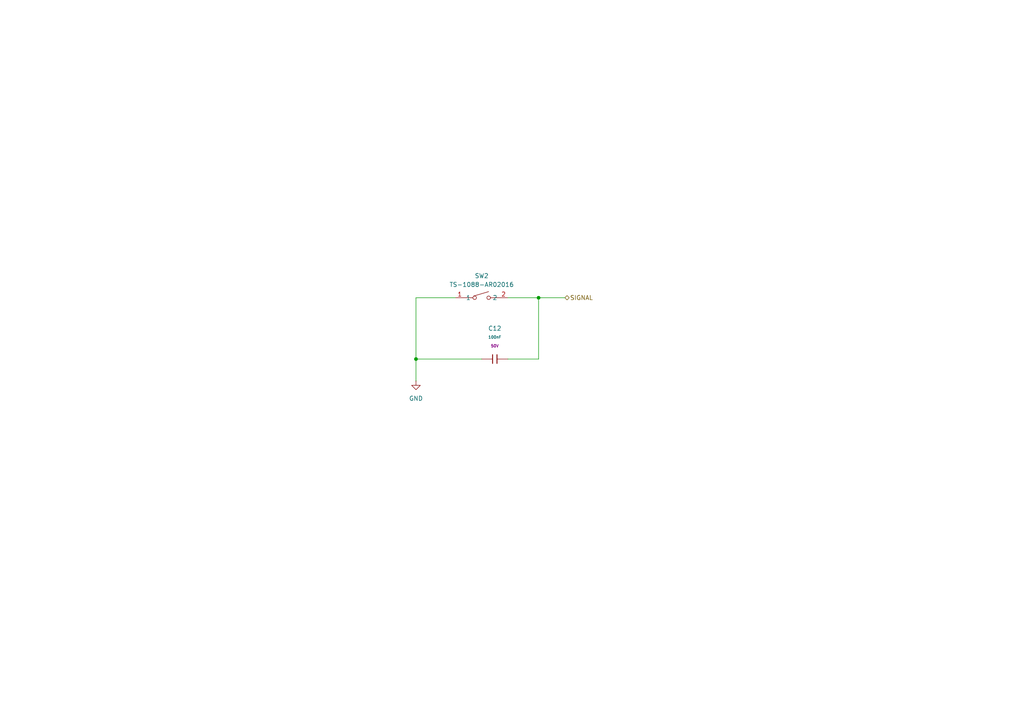
<source format=kicad_sch>
(kicad_sch (version 20250114) (generator "eeschema") (generator_version "9.0")
  (paper "A4")
  (lib_symbols
    (symbol "PCM_JLCPCB-Capacitors:0603,100nF" (pin_numbers (hide yes)) (pin_names (offset 0))
      (property "Reference" "C" (at 2.032 1.668 0))
      (property "Value" "100nF" (at 2.032 -0.3782 0))
      (property "Voltage Rated" "50V" (at 2.032 -2.0462 0))
      (symbol "0603,100nF_0_1"
        (polyline (pts (xy -1.27 0.635) (xy 1.27 0.635)) (stroke (width 0.254)))
        (polyline (pts (xy -1.27 -0.635) (xy 1.27 -0.635)) (stroke (width 0.254)))
      )
      (symbol "0603,100nF_1_1"
        (pin passive line (at 0 3.81 270) (length 3.175) (name "~") (number "1"))
        (pin passive line (at 0 -3.81 90) (length 3.175) (name "~") (number "2"))
      )
    )
    (symbol "lcsc-lib:TS-1088-AR02016"
      (property "Reference" "SW" (at 0 5.08 0))
      (property "Value" "TS-1088-AR02016" (at 0 -5.08 0))
      (symbol "TS-1088-AR02016_0_1"
        (polyline (pts (xy -5.08 0) (xy -2.54 0)))
        (polyline (pts (xy -2.29 0.51) (xy 2.03 1.78)))
        (circle (center -2.03 0) (radius 0.51))
        (circle (center 2.03 0) (radius 0.51))
        (polyline (pts (xy 5.08 0) (xy 2.54 0)))
        (pin unspecified line (at -7.62 0 0) (length 2.54) (name "1") (number "1"))
        (pin unspecified line (at 7.62 0 180) (length 2.54) (name "2") (number "2"))
      )
    )
    (symbol "power:GND" (power) (pin_numbers (hide yes)) (pin_names (offset 0) (hide yes))
      (property "Value" "GND" (at 0 -3.81 0))
      (symbol "GND_0_1"
        (polyline (pts (xy 0 0) (xy 0 -1.27) (xy 1.27 -1.27) (xy 0 -2.54) (xy -1.27 -1.27) (xy 0 -1.27)))
      )
      (symbol "GND_1_1"
        (pin power_in line (at 0 0 270) (length 0) (name "~") (number "1"))
      )
    )
  )
  (junction (at 120.65 104.14))
  (junction (at 156.21 86.36))
  (wire (pts (xy 163.83 86.36) (xy 156.21 86.36)))
  (wire (pts (xy 156.21 86.36) (xy 156.21 104.14)))
  (wire (pts (xy 120.65 104.14) (xy 120.65 110.49)))
  (wire (pts (xy 132.08 86.36) (xy 120.65 86.36)))
  (wire (pts (xy 120.65 86.36) (xy 120.65 104.14)))
  (wire (pts (xy 120.65 104.14) (xy 139.7 104.14)))
  (wire (pts (xy 147.32 104.14) (xy 156.21 104.14)))
  (wire (pts (xy 156.21 86.36) (xy 147.32 86.36)))
  (hierarchical_label "SIGNAL" (shape bidirectional) (at 163.83 86.36 0))
  (symbol (lib_id "PCM_JLCPCB-Capacitors:0603,100nF") (at 143.51 104.14 90) (unit 1)
    (property "Reference" "C13" (at 143.51 95.25 90))
    (property "Value" "100nF" (at 143.51 97.79 90) (effects (font (size 0.8 0.8))))
    (property "Footprint" "PCM_JLCPCB:C_0603" (effects (hide yes)))
    (property "Datasheet" "https://www.lcsc.com/datasheet/lcsc_datasheet_2211101700_YAGEO-CC0603KRX7R9BB104_C14663.pdf" (effects (hide yes)))
    (property "Description" "50V 100nF X7R ±10% 0603 Multilayer Ceramic Capacitors MLCC - SMD/SMT ROHS" (effects (hide yes)))
    (property "LCSC" "C14663" (effects (hide yes)))
    (property "Stock" "48364477" (effects (hide yes)))
    (property "Price" "0.006USD" (effects (hide yes)))
    (property "Process" "SMT" (effects (hide yes)))
    (property "Minimum Qty" "20" (effects (hide yes)))
    (property "Attrition Qty" "10" (effects (hide yes)))
    (property "Class" "Basic Component" (effects (hide yes)))
    (property "Category" "Capacitors,Multilayer Ceramic Capacitors MLCC - SMD/SMT" (effects (hide yes)))
    (property "Manufacturer" "YAGEO" (effects (hide yes)))
    (property "Part" "CC0603KRX7R9BB104" (effects (hide yes)))
    (property "Voltage Rated" "50V" (at 143.51 100.33 90) (effects (font (size 0.8 0.8))))
    (property "Tolerance" "±10%" (effects (hide yes)))
    (property "Capacitance" "100nF" (effects (hide yes)))
    (property "Temperature Coefficient" "X7R" (effects (hide yes)))
    (instances (project "badge-esp32-s3" (path "" (reference "C12") (unit 1)) (path "" (reference "C13") (unit 1))))
  )
  (symbol (lib_id "lcsc-lib:TS-1088-AR02016") (at 139.7 86.36 0) (unit 1)
    (property "Reference" "SW?" (at 139.7 80.01 0))
    (property "Value" "TS-1088-AR02016" (at 139.7 82.55 0))
    (property "Footprint" "lcsc-lib:SW-SMD_L3.9-W3.0-P4.45" (effects (hide yes)))
    (property "Datasheet" "https://lcsc.com/product-detail/Tactile-Switches_XUNPU-TS-1088-AR02016_C720477.html" (effects (hide yes)))
    (property "LCSC Part" "C720477" (effects (hide yes)))
    (instances (project "badge-esp32-s3" (path "" (reference "SW2") (unit 1)) (path "" (reference "SW?") (unit 1))))
  )
  (symbol (lib_id "power:GND") (at 120.65 110.49 0) (unit 1)
    (property "Reference" "#PWR0101" (effects (hide yes)))
    (property "Value" "GND" (at 120.65 115.57 0))
    (property "Description" "Power symbol creates a global label with name \"GND\" , ground" (effects (hide yes)))
    (instances (project "badge-esp32-s3" (path "" (reference "#PWR027") (unit 1)) (path "" (reference "#PWR0101") (unit 1))))
  )
)
</source>
